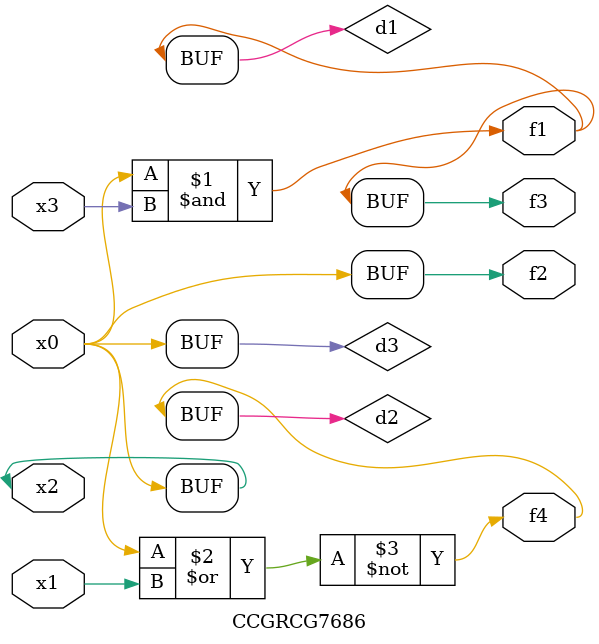
<source format=v>
module CCGRCG7686(
	input x0, x1, x2, x3,
	output f1, f2, f3, f4
);

	wire d1, d2, d3;

	and (d1, x2, x3);
	nor (d2, x0, x1);
	buf (d3, x0, x2);
	assign f1 = d1;
	assign f2 = d3;
	assign f3 = d1;
	assign f4 = d2;
endmodule

</source>
